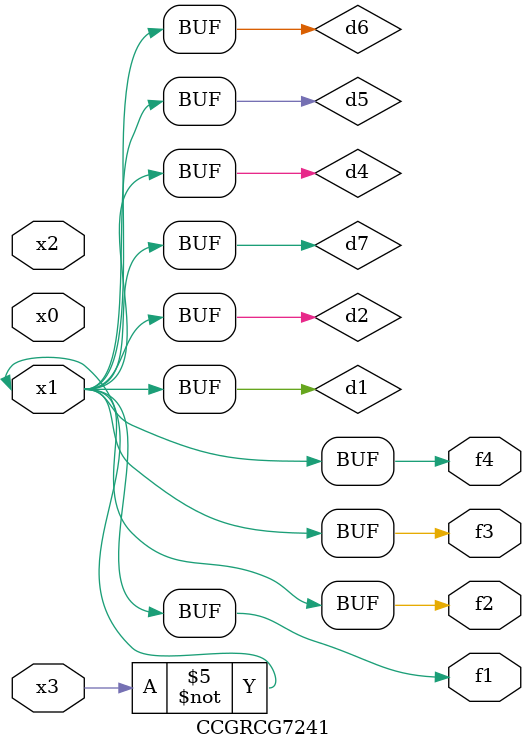
<source format=v>
module CCGRCG7241(
	input x0, x1, x2, x3,
	output f1, f2, f3, f4
);

	wire d1, d2, d3, d4, d5, d6, d7;

	not (d1, x3);
	buf (d2, x1);
	xnor (d3, d1, d2);
	nor (d4, d1);
	buf (d5, d1, d2);
	buf (d6, d4, d5);
	nand (d7, d4);
	assign f1 = d6;
	assign f2 = d7;
	assign f3 = d6;
	assign f4 = d6;
endmodule

</source>
